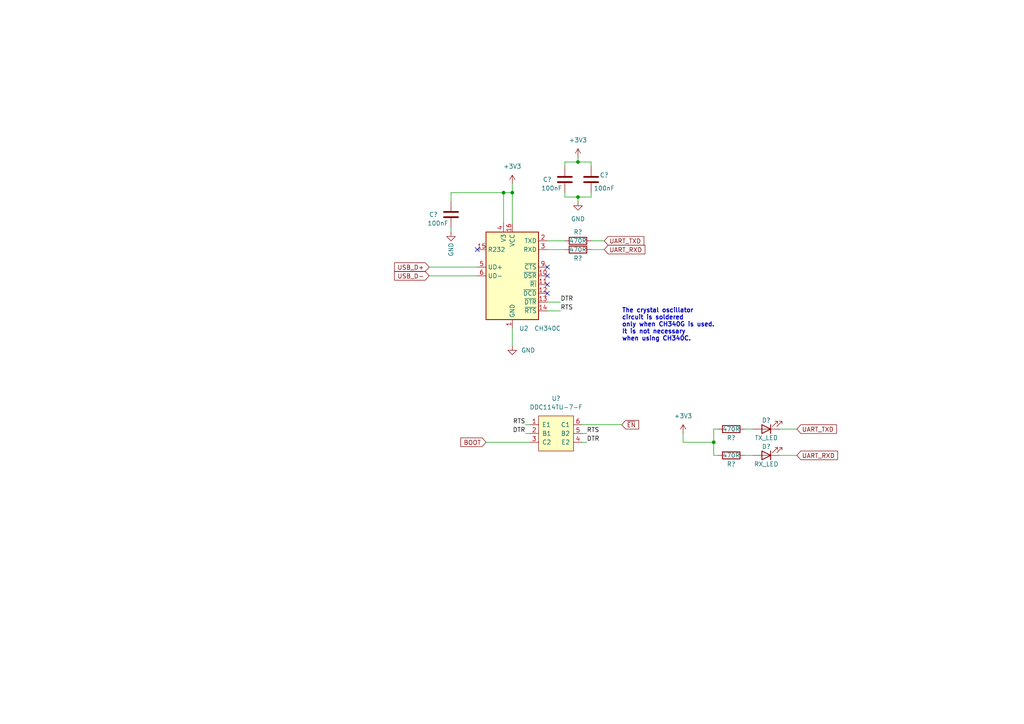
<source format=kicad_sch>
(kicad_sch (version 20230121) (generator eeschema)

  (uuid ff38350a-4a8e-4770-acb3-07b300f7050c)

  (paper "A4")

  (title_block
    (title "ChronoVolt_Control")
    (date "2023-10-08")
    (rev "0.1")
    (company "Final Resolution")
  )

  (lib_symbols
    (symbol "ChronoVolt_Lib:DDC114TU-7-F" (pin_names (offset 1.016)) (in_bom yes) (on_board yes)
      (property "Reference" "U" (at 0 1.27 0)
        (effects (font (size 1.27 1.27)))
      )
      (property "Value" "DDC114TU-7-F" (at 1.27 3.81 0)
        (effects (font (size 1.27 1.27)))
      )
      (property "Footprint" "" (at 0 1.27 0)
        (effects (font (size 1.27 1.27)) hide)
      )
      (property "Datasheet" "" (at 0 1.27 0)
        (effects (font (size 1.27 1.27)) hide)
      )
      (symbol "DDC114TU-7-F_0_1"
        (rectangle (start 0 0) (end 10.16 -10.16)
          (stroke (width 0) (type default))
          (fill (type background))
        )
      )
      (symbol "DDC114TU-7-F_1_1"
        (pin passive line (at -2.54 -2.54 0) (length 2.54)
          (name "E1" (effects (font (size 1.27 1.27))))
          (number "1" (effects (font (size 1.27 1.27))))
        )
        (pin passive line (at -2.54 -5.08 0) (length 2.54)
          (name "B1" (effects (font (size 1.27 1.27))))
          (number "2" (effects (font (size 1.27 1.27))))
        )
        (pin passive line (at -2.54 -7.62 0) (length 2.54)
          (name "C2" (effects (font (size 1.27 1.27))))
          (number "3" (effects (font (size 1.27 1.27))))
        )
        (pin passive line (at 12.7 -7.62 180) (length 2.54)
          (name "E2" (effects (font (size 1.27 1.27))))
          (number "4" (effects (font (size 1.27 1.27))))
        )
        (pin passive line (at 12.7 -5.08 180) (length 2.54)
          (name "B2" (effects (font (size 1.27 1.27))))
          (number "5" (effects (font (size 1.27 1.27))))
        )
        (pin passive line (at 12.7 -2.54 180) (length 2.54)
          (name "C1" (effects (font (size 1.27 1.27))))
          (number "6" (effects (font (size 1.27 1.27))))
        )
      )
    )
    (symbol "Device:C" (pin_numbers hide) (pin_names (offset 0.254)) (in_bom yes) (on_board yes)
      (property "Reference" "C" (at 0.635 2.54 0)
        (effects (font (size 1.27 1.27)) (justify left))
      )
      (property "Value" "C" (at 0.635 -2.54 0)
        (effects (font (size 1.27 1.27)) (justify left))
      )
      (property "Footprint" "" (at 0.9652 -3.81 0)
        (effects (font (size 1.27 1.27)) hide)
      )
      (property "Datasheet" "~" (at 0 0 0)
        (effects (font (size 1.27 1.27)) hide)
      )
      (property "ki_keywords" "cap capacitor" (at 0 0 0)
        (effects (font (size 1.27 1.27)) hide)
      )
      (property "ki_description" "Unpolarized capacitor" (at 0 0 0)
        (effects (font (size 1.27 1.27)) hide)
      )
      (property "ki_fp_filters" "C_*" (at 0 0 0)
        (effects (font (size 1.27 1.27)) hide)
      )
      (symbol "C_0_1"
        (polyline
          (pts
            (xy -2.032 -0.762)
            (xy 2.032 -0.762)
          )
          (stroke (width 0.508) (type default))
          (fill (type none))
        )
        (polyline
          (pts
            (xy -2.032 0.762)
            (xy 2.032 0.762)
          )
          (stroke (width 0.508) (type default))
          (fill (type none))
        )
      )
      (symbol "C_1_1"
        (pin passive line (at 0 3.81 270) (length 2.794)
          (name "~" (effects (font (size 1.27 1.27))))
          (number "1" (effects (font (size 1.27 1.27))))
        )
        (pin passive line (at 0 -3.81 90) (length 2.794)
          (name "~" (effects (font (size 1.27 1.27))))
          (number "2" (effects (font (size 1.27 1.27))))
        )
      )
    )
    (symbol "Device:LED" (pin_numbers hide) (pin_names (offset 1.016) hide) (in_bom yes) (on_board yes)
      (property "Reference" "D" (at 0 2.54 0)
        (effects (font (size 1.27 1.27)))
      )
      (property "Value" "LED" (at 0 -2.54 0)
        (effects (font (size 1.27 1.27)))
      )
      (property "Footprint" "" (at 0 0 0)
        (effects (font (size 1.27 1.27)) hide)
      )
      (property "Datasheet" "~" (at 0 0 0)
        (effects (font (size 1.27 1.27)) hide)
      )
      (property "ki_keywords" "LED diode" (at 0 0 0)
        (effects (font (size 1.27 1.27)) hide)
      )
      (property "ki_description" "Light emitting diode" (at 0 0 0)
        (effects (font (size 1.27 1.27)) hide)
      )
      (property "ki_fp_filters" "LED* LED_SMD:* LED_THT:*" (at 0 0 0)
        (effects (font (size 1.27 1.27)) hide)
      )
      (symbol "LED_0_1"
        (polyline
          (pts
            (xy -1.27 -1.27)
            (xy -1.27 1.27)
          )
          (stroke (width 0.254) (type default))
          (fill (type none))
        )
        (polyline
          (pts
            (xy -1.27 0)
            (xy 1.27 0)
          )
          (stroke (width 0) (type default))
          (fill (type none))
        )
        (polyline
          (pts
            (xy 1.27 -1.27)
            (xy 1.27 1.27)
            (xy -1.27 0)
            (xy 1.27 -1.27)
          )
          (stroke (width 0.254) (type default))
          (fill (type none))
        )
        (polyline
          (pts
            (xy -3.048 -0.762)
            (xy -4.572 -2.286)
            (xy -3.81 -2.286)
            (xy -4.572 -2.286)
            (xy -4.572 -1.524)
          )
          (stroke (width 0) (type default))
          (fill (type none))
        )
        (polyline
          (pts
            (xy -1.778 -0.762)
            (xy -3.302 -2.286)
            (xy -2.54 -2.286)
            (xy -3.302 -2.286)
            (xy -3.302 -1.524)
          )
          (stroke (width 0) (type default))
          (fill (type none))
        )
      )
      (symbol "LED_1_1"
        (pin passive line (at -3.81 0 0) (length 2.54)
          (name "K" (effects (font (size 1.27 1.27))))
          (number "1" (effects (font (size 1.27 1.27))))
        )
        (pin passive line (at 3.81 0 180) (length 2.54)
          (name "A" (effects (font (size 1.27 1.27))))
          (number "2" (effects (font (size 1.27 1.27))))
        )
      )
    )
    (symbol "Device:R" (pin_numbers hide) (pin_names (offset 0)) (in_bom yes) (on_board yes)
      (property "Reference" "R" (at 2.032 0 90)
        (effects (font (size 1.27 1.27)))
      )
      (property "Value" "R" (at 0 0 90)
        (effects (font (size 1.27 1.27)))
      )
      (property "Footprint" "" (at -1.778 0 90)
        (effects (font (size 1.27 1.27)) hide)
      )
      (property "Datasheet" "~" (at 0 0 0)
        (effects (font (size 1.27 1.27)) hide)
      )
      (property "ki_keywords" "R res resistor" (at 0 0 0)
        (effects (font (size 1.27 1.27)) hide)
      )
      (property "ki_description" "Resistor" (at 0 0 0)
        (effects (font (size 1.27 1.27)) hide)
      )
      (property "ki_fp_filters" "R_*" (at 0 0 0)
        (effects (font (size 1.27 1.27)) hide)
      )
      (symbol "R_0_1"
        (rectangle (start -1.016 -2.54) (end 1.016 2.54)
          (stroke (width 0.254) (type default))
          (fill (type none))
        )
      )
      (symbol "R_1_1"
        (pin passive line (at 0 3.81 270) (length 1.27)
          (name "~" (effects (font (size 1.27 1.27))))
          (number "1" (effects (font (size 1.27 1.27))))
        )
        (pin passive line (at 0 -3.81 90) (length 1.27)
          (name "~" (effects (font (size 1.27 1.27))))
          (number "2" (effects (font (size 1.27 1.27))))
        )
      )
    )
    (symbol "Interface_USB:CH340C" (in_bom yes) (on_board yes)
      (property "Reference" "U" (at -5.08 13.97 0)
        (effects (font (size 1.27 1.27)) (justify right))
      )
      (property "Value" "CH340C" (at 1.27 13.97 0)
        (effects (font (size 1.27 1.27)) (justify left))
      )
      (property "Footprint" "Package_SO:SOIC-16_3.9x9.9mm_P1.27mm" (at 1.27 -13.97 0)
        (effects (font (size 1.27 1.27)) (justify left) hide)
      )
      (property "Datasheet" "https://datasheet.lcsc.com/szlcsc/Jiangsu-Qin-Heng-CH340C_C84681.pdf" (at -8.89 20.32 0)
        (effects (font (size 1.27 1.27)) hide)
      )
      (property "ki_keywords" "USB UART Serial Converter Interface" (at 0 0 0)
        (effects (font (size 1.27 1.27)) hide)
      )
      (property "ki_description" "USB serial converter, UART, SOIC-16" (at 0 0 0)
        (effects (font (size 1.27 1.27)) hide)
      )
      (property "ki_fp_filters" "SOIC*3.9x9.9mm*P1.27mm*" (at 0 0 0)
        (effects (font (size 1.27 1.27)) hide)
      )
      (symbol "CH340C_0_1"
        (rectangle (start -7.62 12.7) (end 7.62 -12.7)
          (stroke (width 0.254) (type default))
          (fill (type background))
        )
      )
      (symbol "CH340C_1_1"
        (pin power_in line (at 0 -15.24 90) (length 2.54)
          (name "GND" (effects (font (size 1.27 1.27))))
          (number "1" (effects (font (size 1.27 1.27))))
        )
        (pin input line (at 10.16 0 180) (length 2.54)
          (name "~{DSR}" (effects (font (size 1.27 1.27))))
          (number "10" (effects (font (size 1.27 1.27))))
        )
        (pin input line (at 10.16 -2.54 180) (length 2.54)
          (name "~{RI}" (effects (font (size 1.27 1.27))))
          (number "11" (effects (font (size 1.27 1.27))))
        )
        (pin input line (at 10.16 -5.08 180) (length 2.54)
          (name "~{DCD}" (effects (font (size 1.27 1.27))))
          (number "12" (effects (font (size 1.27 1.27))))
        )
        (pin output line (at 10.16 -7.62 180) (length 2.54)
          (name "~{DTR}" (effects (font (size 1.27 1.27))))
          (number "13" (effects (font (size 1.27 1.27))))
        )
        (pin output line (at 10.16 -10.16 180) (length 2.54)
          (name "~{RTS}" (effects (font (size 1.27 1.27))))
          (number "14" (effects (font (size 1.27 1.27))))
        )
        (pin input line (at -10.16 7.62 0) (length 2.54)
          (name "R232" (effects (font (size 1.27 1.27))))
          (number "15" (effects (font (size 1.27 1.27))))
        )
        (pin power_in line (at 0 15.24 270) (length 2.54)
          (name "VCC" (effects (font (size 1.27 1.27))))
          (number "16" (effects (font (size 1.27 1.27))))
        )
        (pin output line (at 10.16 10.16 180) (length 2.54)
          (name "TXD" (effects (font (size 1.27 1.27))))
          (number "2" (effects (font (size 1.27 1.27))))
        )
        (pin input line (at 10.16 7.62 180) (length 2.54)
          (name "RXD" (effects (font (size 1.27 1.27))))
          (number "3" (effects (font (size 1.27 1.27))))
        )
        (pin passive line (at -2.54 15.24 270) (length 2.54)
          (name "V3" (effects (font (size 1.27 1.27))))
          (number "4" (effects (font (size 1.27 1.27))))
        )
        (pin bidirectional line (at -10.16 2.54 0) (length 2.54)
          (name "UD+" (effects (font (size 1.27 1.27))))
          (number "5" (effects (font (size 1.27 1.27))))
        )
        (pin bidirectional line (at -10.16 0 0) (length 2.54)
          (name "UD-" (effects (font (size 1.27 1.27))))
          (number "6" (effects (font (size 1.27 1.27))))
        )
        (pin no_connect line (at -7.62 -7.62 0) (length 2.54) hide
          (name "NC" (effects (font (size 1.27 1.27))))
          (number "7" (effects (font (size 1.27 1.27))))
        )
        (pin no_connect line (at -7.62 -10.16 0) (length 2.54) hide
          (name "NC" (effects (font (size 1.27 1.27))))
          (number "8" (effects (font (size 1.27 1.27))))
        )
        (pin input line (at 10.16 2.54 180) (length 2.54)
          (name "~{CTS}" (effects (font (size 1.27 1.27))))
          (number "9" (effects (font (size 1.27 1.27))))
        )
      )
    )
    (symbol "power:+3V3" (power) (pin_names (offset 0)) (in_bom yes) (on_board yes)
      (property "Reference" "#PWR" (at 0 -3.81 0)
        (effects (font (size 1.27 1.27)) hide)
      )
      (property "Value" "+3V3" (at 0 3.556 0)
        (effects (font (size 1.27 1.27)))
      )
      (property "Footprint" "" (at 0 0 0)
        (effects (font (size 1.27 1.27)) hide)
      )
      (property "Datasheet" "" (at 0 0 0)
        (effects (font (size 1.27 1.27)) hide)
      )
      (property "ki_keywords" "global power" (at 0 0 0)
        (effects (font (size 1.27 1.27)) hide)
      )
      (property "ki_description" "Power symbol creates a global label with name \"+3V3\"" (at 0 0 0)
        (effects (font (size 1.27 1.27)) hide)
      )
      (symbol "+3V3_0_1"
        (polyline
          (pts
            (xy -0.762 1.27)
            (xy 0 2.54)
          )
          (stroke (width 0) (type default))
          (fill (type none))
        )
        (polyline
          (pts
            (xy 0 0)
            (xy 0 2.54)
          )
          (stroke (width 0) (type default))
          (fill (type none))
        )
        (polyline
          (pts
            (xy 0 2.54)
            (xy 0.762 1.27)
          )
          (stroke (width 0) (type default))
          (fill (type none))
        )
      )
      (symbol "+3V3_1_1"
        (pin power_in line (at 0 0 90) (length 0) hide
          (name "+3V3" (effects (font (size 1.27 1.27))))
          (number "1" (effects (font (size 1.27 1.27))))
        )
      )
    )
    (symbol "power:GND" (power) (pin_names (offset 0)) (in_bom yes) (on_board yes)
      (property "Reference" "#PWR" (at 0 -6.35 0)
        (effects (font (size 1.27 1.27)) hide)
      )
      (property "Value" "GND" (at 0 -3.81 0)
        (effects (font (size 1.27 1.27)))
      )
      (property "Footprint" "" (at 0 0 0)
        (effects (font (size 1.27 1.27)) hide)
      )
      (property "Datasheet" "" (at 0 0 0)
        (effects (font (size 1.27 1.27)) hide)
      )
      (property "ki_keywords" "global power" (at 0 0 0)
        (effects (font (size 1.27 1.27)) hide)
      )
      (property "ki_description" "Power symbol creates a global label with name \"GND\" , ground" (at 0 0 0)
        (effects (font (size 1.27 1.27)) hide)
      )
      (symbol "GND_0_1"
        (polyline
          (pts
            (xy 0 0)
            (xy 0 -1.27)
            (xy 1.27 -1.27)
            (xy 0 -2.54)
            (xy -1.27 -1.27)
            (xy 0 -1.27)
          )
          (stroke (width 0) (type default))
          (fill (type none))
        )
      )
      (symbol "GND_1_1"
        (pin power_in line (at 0 0 270) (length 0) hide
          (name "GND" (effects (font (size 1.27 1.27))))
          (number "1" (effects (font (size 1.27 1.27))))
        )
      )
    )
  )

  (junction (at 148.59 55.88) (diameter 0) (color 0 0 0 0)
    (uuid 12331d16-b711-4b4f-ba50-a6823ee5cc3c)
  )
  (junction (at 146.05 55.88) (diameter 0) (color 0 0 0 0)
    (uuid 1943e26a-0e40-4bc4-96ee-1819cd19a1f9)
  )
  (junction (at 207.01 128.27) (diameter 0) (color 0 0 0 0)
    (uuid badc82ce-febb-485f-9cf4-5f0cd2672507)
  )
  (junction (at 167.64 57.15) (diameter 0) (color 0 0 0 0)
    (uuid d4fe7de4-baa0-4fc7-aebf-05b044b4eb0c)
  )
  (junction (at 167.64 46.99) (diameter 0) (color 0 0 0 0)
    (uuid d5942b26-0881-4ba5-a600-78769e2d1dbe)
  )

  (no_connect (at 158.75 85.09) (uuid 01558163-b3c4-4805-aefa-e22e26a5c7d9))
  (no_connect (at 158.75 77.47) (uuid 2d2ab505-073e-4fe9-9e49-fd16ccca2cb7))
  (no_connect (at 138.43 72.39) (uuid 93bf2e07-d92f-43fd-a983-e329d9cde21d))
  (no_connect (at 158.75 82.55) (uuid a6ab95ad-db55-49f6-a177-a83dc913cf8c))
  (no_connect (at 158.75 80.01) (uuid f0bb5e22-b0c7-4116-9fb6-9f5305206a30))

  (wire (pts (xy 167.64 46.99) (xy 171.45 46.99))
    (stroke (width 0) (type default))
    (uuid 05c1b570-2cf3-4bd8-965a-3812541d0c97)
  )
  (wire (pts (xy 180.34 123.19) (xy 168.91 123.19))
    (stroke (width 0) (type default))
    (uuid 0a3849f2-2e24-457b-8b3c-942482f563cb)
  )
  (wire (pts (xy 208.28 132.08) (xy 207.01 132.08))
    (stroke (width 0) (type default))
    (uuid 15ad334f-4423-4b52-a657-9456b77ce4c3)
  )
  (wire (pts (xy 175.26 69.85) (xy 171.45 69.85))
    (stroke (width 0) (type default))
    (uuid 1ebd0a75-c04b-45cc-b152-ea31f8195fb9)
  )
  (wire (pts (xy 215.9 124.46) (xy 218.44 124.46))
    (stroke (width 0) (type default))
    (uuid 29144311-7625-4a74-b846-ac72ccc3f1d8)
  )
  (wire (pts (xy 152.4 123.19) (xy 153.67 123.19))
    (stroke (width 0) (type default))
    (uuid 2a1f3147-d571-42e0-93d4-54a42bbb8410)
  )
  (wire (pts (xy 170.18 125.73) (xy 168.91 125.73))
    (stroke (width 0) (type default))
    (uuid 2d6fc221-380e-4d9e-b2c1-29af7617e430)
  )
  (wire (pts (xy 207.01 128.27) (xy 207.01 132.08))
    (stroke (width 0) (type default))
    (uuid 2e67e899-cf5a-4d44-bfa8-28cd6fa9e6af)
  )
  (wire (pts (xy 148.59 95.25) (xy 148.59 100.33))
    (stroke (width 0) (type default))
    (uuid 31e849d7-50a8-4cb7-b0a0-10a94ffebe0c)
  )
  (wire (pts (xy 167.64 57.15) (xy 171.45 57.15))
    (stroke (width 0) (type default))
    (uuid 3360457d-737a-439a-8be4-f57d87e1596d)
  )
  (wire (pts (xy 163.83 46.99) (xy 167.64 46.99))
    (stroke (width 0) (type default))
    (uuid 376aef42-657d-4fbe-8353-c3987394f96e)
  )
  (wire (pts (xy 198.12 125.73) (xy 198.12 128.27))
    (stroke (width 0) (type default))
    (uuid 37a2353a-feb7-4004-a434-43312b7dec3f)
  )
  (wire (pts (xy 124.46 80.01) (xy 138.43 80.01))
    (stroke (width 0) (type default))
    (uuid 3a9984dc-bb75-4ac4-90b5-b5802f29b4a6)
  )
  (wire (pts (xy 163.83 69.85) (xy 158.75 69.85))
    (stroke (width 0) (type default))
    (uuid 40526c6a-dc82-4b45-9220-21da41a12b57)
  )
  (wire (pts (xy 148.59 55.88) (xy 148.59 64.77))
    (stroke (width 0) (type default))
    (uuid 46e1c7fd-805f-42ca-a32a-24e65a4f6356)
  )
  (wire (pts (xy 152.4 125.73) (xy 153.67 125.73))
    (stroke (width 0) (type default))
    (uuid 4d75241f-aabe-490f-85a7-2b82ec955a99)
  )
  (wire (pts (xy 130.81 55.88) (xy 130.81 58.42))
    (stroke (width 0) (type default))
    (uuid 52d09467-4058-4bfd-8e59-9cd4ca7588d5)
  )
  (wire (pts (xy 231.14 124.46) (xy 226.06 124.46))
    (stroke (width 0) (type default))
    (uuid 55021972-28d3-4c78-94cc-ad4e18d694ce)
  )
  (wire (pts (xy 130.81 55.88) (xy 146.05 55.88))
    (stroke (width 0) (type default))
    (uuid 597d40bc-9149-4700-84aa-473ccc094640)
  )
  (wire (pts (xy 207.01 124.46) (xy 207.01 128.27))
    (stroke (width 0) (type default))
    (uuid 67100bbf-9829-4906-a503-dffdbde86d18)
  )
  (wire (pts (xy 171.45 46.99) (xy 171.45 48.26))
    (stroke (width 0) (type default))
    (uuid 695113d1-9bc0-49e4-a398-0d4c6e1df522)
  )
  (wire (pts (xy 170.18 128.27) (xy 168.91 128.27))
    (stroke (width 0) (type default))
    (uuid 6b9dc049-cf4e-4ff1-a79f-8bcbeaf5f096)
  )
  (wire (pts (xy 148.59 53.34) (xy 148.59 55.88))
    (stroke (width 0) (type default))
    (uuid 720f7555-eac4-4e64-8ae0-850f349c2220)
  )
  (wire (pts (xy 124.46 77.47) (xy 138.43 77.47))
    (stroke (width 0) (type default))
    (uuid 7c69c333-a076-4799-9aa7-14a9c27d51bc)
  )
  (wire (pts (xy 198.12 128.27) (xy 207.01 128.27))
    (stroke (width 0) (type default))
    (uuid 7e687b6b-a079-467c-ac13-f8b1c0bd24a7)
  )
  (wire (pts (xy 146.05 55.88) (xy 148.59 55.88))
    (stroke (width 0) (type default))
    (uuid 7fc6c055-5954-4d08-a046-35c0ce587561)
  )
  (wire (pts (xy 175.26 72.39) (xy 171.45 72.39))
    (stroke (width 0) (type default))
    (uuid 7fd83a5d-c969-4f93-ac6d-a8dc96e7ec3b)
  )
  (wire (pts (xy 163.83 55.88) (xy 163.83 57.15))
    (stroke (width 0) (type default))
    (uuid 82c19a25-6fe2-4b25-8f9d-db1a54e1aa05)
  )
  (wire (pts (xy 167.64 57.15) (xy 167.64 58.42))
    (stroke (width 0) (type default))
    (uuid 8395fb49-a99b-4234-aaf9-db4535116186)
  )
  (wire (pts (xy 163.83 48.26) (xy 163.83 46.99))
    (stroke (width 0) (type default))
    (uuid 8c7a19f3-aa99-4f52-8967-85a045e9d0ba)
  )
  (wire (pts (xy 171.45 57.15) (xy 171.45 55.88))
    (stroke (width 0) (type default))
    (uuid 929e4f62-0cf6-4cca-8855-2d9e01c51c07)
  )
  (wire (pts (xy 146.05 55.88) (xy 146.05 64.77))
    (stroke (width 0) (type default))
    (uuid 9b428781-6d50-43e6-a76b-e7ecf08ec2bc)
  )
  (wire (pts (xy 158.75 87.63) (xy 162.56 87.63))
    (stroke (width 0) (type default))
    (uuid a0a22977-f2ab-40e1-8c09-34e1321fa43b)
  )
  (wire (pts (xy 167.64 46.99) (xy 167.64 45.72))
    (stroke (width 0) (type default))
    (uuid a915fd56-5529-4ea7-b355-04020fe940c2)
  )
  (wire (pts (xy 163.83 72.39) (xy 158.75 72.39))
    (stroke (width 0) (type default))
    (uuid b9bf88c4-ec73-4b3b-9bc7-32df6d8cde52)
  )
  (wire (pts (xy 226.06 132.08) (xy 231.14 132.08))
    (stroke (width 0) (type default))
    (uuid bbcdf0a1-8614-4acf-beca-0f1d8ae0546f)
  )
  (wire (pts (xy 163.83 57.15) (xy 167.64 57.15))
    (stroke (width 0) (type default))
    (uuid cdbc11ec-51a0-4b6b-95df-544d52cebc5a)
  )
  (wire (pts (xy 130.81 67.31) (xy 130.81 66.04))
    (stroke (width 0) (type default))
    (uuid d2ad778f-ebde-4dac-9f31-1766d50e5d5d)
  )
  (wire (pts (xy 215.9 132.08) (xy 218.44 132.08))
    (stroke (width 0) (type default))
    (uuid e12b790e-7a27-4979-8aa2-53c01cd0bb54)
  )
  (wire (pts (xy 158.75 90.17) (xy 162.56 90.17))
    (stroke (width 0) (type default))
    (uuid e2a33ee6-3ae7-4fb8-a58b-5b6de8212cde)
  )
  (wire (pts (xy 208.28 124.46) (xy 207.01 124.46))
    (stroke (width 0) (type default))
    (uuid ea361456-d768-4efd-9721-1da7d2c17d1d)
  )
  (wire (pts (xy 140.97 128.27) (xy 153.67 128.27))
    (stroke (width 0) (type default))
    (uuid f7535c82-6524-4fcc-9508-ca30f44547fa)
  )

  (text "The crystal oscillator \ncircuit is soldered \nonly when CH340G is used. \nIt is not necessary \nwhen using CH340C."
    (at 180.34 99.06 0)
    (effects (font (size 1.27 1.27) (thickness 0.254) bold) (justify left bottom))
    (uuid 0e54d8ca-5fc4-4f8e-b1de-0153d72372c2)
  )

  (label "DTR" (at 162.56 87.63 0) (fields_autoplaced)
    (effects (font (size 1.27 1.27)) (justify left bottom))
    (uuid 1ba60e1a-121f-4403-b69d-f775df1a5d96)
  )
  (label "RTS" (at 162.56 90.17 0) (fields_autoplaced)
    (effects (font (size 1.27 1.27)) (justify left bottom))
    (uuid 24bf4a6d-d7e6-4298-8e08-31dccbbc0e9b)
  )
  (label "DTR" (at 170.18 128.27 0) (fields_autoplaced)
    (effects (font (size 1.27 1.27)) (justify left bottom))
    (uuid 37cd6686-ed02-48f2-8ae8-2f5e7940730f)
  )
  (label "DTR" (at 152.4 125.73 180) (fields_autoplaced)
    (effects (font (size 1.27 1.27)) (justify right bottom))
    (uuid 57d1a6f4-a473-4940-8fec-b336ff5c088b)
  )
  (label "RTS" (at 152.4 123.19 180) (fields_autoplaced)
    (effects (font (size 1.27 1.27)) (justify right bottom))
    (uuid 7d5b39b7-ccea-4f98-a5eb-8d383e902d78)
  )
  (label "RTS" (at 170.18 125.73 0) (fields_autoplaced)
    (effects (font (size 1.27 1.27)) (justify left bottom))
    (uuid 7ec8d46f-ce0f-4f68-8e86-946a5be44468)
  )

  (global_label "UART_RXD" (shape input) (at 175.26 72.39 0) (fields_autoplaced)
    (effects (font (size 1.27 1.27)) (justify left))
    (uuid 1219c9bf-55bb-483b-a40e-f20fe2b894b6)
    (property "Intersheetrefs" "${INTERSHEET_REFS}" (at 187.5396 72.39 0)
      (effects (font (size 1.27 1.27)) (justify left) hide)
    )
  )
  (global_label "UART_TXD" (shape input) (at 231.14 124.46 0) (fields_autoplaced)
    (effects (font (size 1.27 1.27)) (justify left))
    (uuid 391dc678-99e3-4f24-8c75-0b1af743376a)
    (property "Intersheetrefs" "${INTERSHEET_REFS}" (at 242.6245 124.3806 0)
      (effects (font (size 1.27 1.27)) (justify left) hide)
    )
  )
  (global_label "UART_RXD" (shape input) (at 231.14 132.08 0) (fields_autoplaced)
    (effects (font (size 1.27 1.27)) (justify left))
    (uuid 5900f26e-b1ea-4183-afb7-585a5f6468c4)
    (property "Intersheetrefs" "${INTERSHEET_REFS}" (at 242.9269 132.0006 0)
      (effects (font (size 1.27 1.27)) (justify left) hide)
    )
  )
  (global_label "USB_D+" (shape input) (at 124.46 77.47 180) (fields_autoplaced)
    (effects (font (size 1.27 1.27)) (justify right))
    (uuid 5c681e3e-696e-4cc6-bcc0-f4862914d651)
    (property "Intersheetrefs" "${INTERSHEET_REFS}" (at 114.4269 77.3906 0)
      (effects (font (size 1.27 1.27)) (justify right) hide)
    )
  )
  (global_label "BOOT" (shape input) (at 140.97 128.27 180) (fields_autoplaced)
    (effects (font (size 1.27 1.27)) (justify right))
    (uuid 6791a240-4a91-491c-b924-fec9e7e96cbb)
    (property "Intersheetrefs" "${INTERSHEET_REFS}" (at 133.6583 128.1906 0)
      (effects (font (size 1.27 1.27)) (justify right) hide)
    )
  )
  (global_label "UART_TXD" (shape input) (at 175.26 69.85 0) (fields_autoplaced)
    (effects (font (size 1.27 1.27)) (justify left))
    (uuid 8a91e3c7-aeb9-4b31-b598-eb2d82fcfc67)
    (property "Intersheetrefs" "${INTERSHEET_REFS}" (at 187.2372 69.85 0)
      (effects (font (size 1.27 1.27)) (justify left) hide)
    )
  )
  (global_label "USB_D-" (shape input) (at 124.46 80.01 180) (fields_autoplaced)
    (effects (font (size 1.27 1.27)) (justify right))
    (uuid bb5b48a0-5904-4af9-8c7a-c04539bb3eb1)
    (property "Intersheetrefs" "${INTERSHEET_REFS}" (at 114.4269 79.9306 0)
      (effects (font (size 1.27 1.27)) (justify right) hide)
    )
  )
  (global_label "~{EN}" (shape input) (at 180.34 123.19 0) (fields_autoplaced)
    (effects (font (size 1.27 1.27)) (justify left))
    (uuid fbeb133e-71d8-4c6a-b3b6-f2d25fd59ac9)
    (property "Intersheetrefs" "${INTERSHEET_REFS}" (at 185.2326 123.1106 0)
      (effects (font (size 1.27 1.27)) (justify left) hide)
    )
  )

  (symbol (lib_id "Device:LED") (at 222.25 132.08 180) (unit 1)
    (in_bom yes) (on_board yes) (dnp no)
    (uuid 1d7873e1-9b27-439f-bceb-9c7822ae35fc)
    (property "Reference" "D?" (at 222.25 129.54 0)
      (effects (font (size 1.27 1.27)))
    )
    (property "Value" "RX_LED" (at 222.25 134.62 0)
      (effects (font (size 1.27 1.27)))
    )
    (property "Footprint" "LED_SMD:LED_0603_1608Metric" (at 222.25 132.08 0)
      (effects (font (size 1.27 1.27)) hide)
    )
    (property "Datasheet" "~" (at 222.25 132.08 0)
      (effects (font (size 1.27 1.27)) hide)
    )
    (pin "1" (uuid 30a0b348-c030-444e-8893-d2ba7144b3d6))
    (pin "2" (uuid 75be0f78-bf18-4c1a-ae7d-1e1a192b5ca4))
    (instances
      (project "Slug-75"
        (path "/10ae08b6-c98d-4dca-bdd1-a6bdf826a88b/fc50fc01-b8d0-4389-8be8-2160b97d94b3"
          (reference "D?") (unit 1)
        )
      )
      (project "ChronoVolt_Control"
        (path "/cceb3d39-99f1-4cc7-aa1d-f414cbebc8ea/999c5c21-5c80-44df-94eb-f849b60945ca"
          (reference "D4") (unit 1)
        )
      )
    )
  )

  (symbol (lib_id "Device:R") (at 167.64 72.39 90) (unit 1)
    (in_bom yes) (on_board yes) (dnp no)
    (uuid 28a40460-bd90-4f0d-bf53-4b7fdde9ffbe)
    (property "Reference" "R?" (at 167.64 74.93 90)
      (effects (font (size 1.27 1.27)))
    )
    (property "Value" "470R" (at 167.64 72.39 90)
      (effects (font (size 1.27 1.27)))
    )
    (property "Footprint" "Resistor_SMD:R_0603_1608Metric" (at 167.64 74.168 90)
      (effects (font (size 1.27 1.27)) hide)
    )
    (property "Datasheet" "~" (at 167.64 72.39 0)
      (effects (font (size 1.27 1.27)) hide)
    )
    (pin "1" (uuid 782d9490-e650-4de8-8317-e8b9acf4aeae))
    (pin "2" (uuid 5774ad13-9511-47b7-a828-6cdf24ed1463))
    (instances
      (project "Slug-75"
        (path "/10ae08b6-c98d-4dca-bdd1-a6bdf826a88b/fc50fc01-b8d0-4389-8be8-2160b97d94b3"
          (reference "R?") (unit 1)
        )
      )
      (project "ChronoVolt_Control"
        (path "/cceb3d39-99f1-4cc7-aa1d-f414cbebc8ea/999c5c21-5c80-44df-94eb-f849b60945ca"
          (reference "R4") (unit 1)
        )
      )
    )
  )

  (symbol (lib_id "power:+3V3") (at 167.64 45.72 0) (unit 1)
    (in_bom yes) (on_board yes) (dnp no) (fields_autoplaced)
    (uuid 37390f0c-ea5a-4f41-aead-74dc27815b1f)
    (property "Reference" "#PWR020" (at 167.64 49.53 0)
      (effects (font (size 1.27 1.27)) hide)
    )
    (property "Value" "+3V3" (at 167.64 40.64 0)
      (effects (font (size 1.27 1.27)))
    )
    (property "Footprint" "" (at 167.64 45.72 0)
      (effects (font (size 1.27 1.27)) hide)
    )
    (property "Datasheet" "" (at 167.64 45.72 0)
      (effects (font (size 1.27 1.27)) hide)
    )
    (pin "1" (uuid caf1cc5d-f895-46bb-9a4d-28c73c21e16f))
    (instances
      (project "Final_MIX-EXP"
        (path "/57d1654d-9c25-44d8-bc57-77f170ab94a5/5aba6f22-2238-4394-8da8-1d8c62f36548"
          (reference "#PWR020") (unit 1)
        )
        (path "/57d1654d-9c25-44d8-bc57-77f170ab94a5/21559467-fb4b-4070-9096-f22835f8f6c8"
          (reference "#PWR067") (unit 1)
        )
      )
      (project "ChronoVolt_Control"
        (path "/cceb3d39-99f1-4cc7-aa1d-f414cbebc8ea/999c5c21-5c80-44df-94eb-f849b60945ca"
          (reference "#PWR088") (unit 1)
        )
      )
    )
  )

  (symbol (lib_id "ChronoVolt_Lib:DDC114TU-7-F") (at 156.21 120.65 0) (unit 1)
    (in_bom yes) (on_board yes) (dnp no) (fields_autoplaced)
    (uuid 429843e3-b01b-4044-8826-fbc0b10dc45c)
    (property "Reference" "U?" (at 161.29 115.57 0)
      (effects (font (size 1.27 1.27)))
    )
    (property "Value" "DDC114TU-7-F" (at 161.29 118.11 0)
      (effects (font (size 1.27 1.27)))
    )
    (property "Footprint" "Package_TO_SOT_SMD:SOT-363_SC-70-6" (at 156.21 119.38 0)
      (effects (font (size 1.27 1.27)) hide)
    )
    (property "Datasheet" "" (at 156.21 119.38 0)
      (effects (font (size 1.27 1.27)) hide)
    )
    (pin "1" (uuid e333fa0f-650d-4187-926b-3f2697d316f1))
    (pin "2" (uuid 0b8ef4c2-9b77-40cc-b616-bbc98c45382c))
    (pin "3" (uuid a706534b-46c9-4794-82e7-eca4df7992f0))
    (pin "4" (uuid e3f4cc4e-8cd7-47c3-83b1-9c0813b9332a))
    (pin "5" (uuid 48538039-9002-4dfc-8bbb-b8c8269c6333))
    (pin "6" (uuid 3f01d7e8-ff06-49a4-913e-da9d94fa578b))
    (instances
      (project "Slug-75"
        (path "/10ae08b6-c98d-4dca-bdd1-a6bdf826a88b/fc50fc01-b8d0-4389-8be8-2160b97d94b3"
          (reference "U?") (unit 1)
        )
      )
      (project "ChronoVolt_Control"
        (path "/cceb3d39-99f1-4cc7-aa1d-f414cbebc8ea/999c5c21-5c80-44df-94eb-f849b60945ca"
          (reference "U1") (unit 1)
        )
      )
    )
  )

  (symbol (lib_id "Device:C") (at 163.83 52.07 180) (unit 1)
    (in_bom yes) (on_board yes) (dnp no)
    (uuid 6551e77a-5dcf-4b8f-91e2-959ad7865afb)
    (property "Reference" "C?" (at 160.02 52.07 0)
      (effects (font (size 1.27 1.27)) (justify left))
    )
    (property "Value" "100nF" (at 160.02 54.61 0)
      (effects (font (size 1.27 1.27)))
    )
    (property "Footprint" "Capacitor_SMD:C_0603_1608Metric" (at 162.8648 48.26 0)
      (effects (font (size 1.27 1.27)) hide)
    )
    (property "Datasheet" "~" (at 163.83 52.07 0)
      (effects (font (size 1.27 1.27)) hide)
    )
    (pin "1" (uuid 31423f53-53a5-46a6-bab2-357ee399ffa5))
    (pin "2" (uuid baeb660e-a51c-43c6-9c10-672c0e4b478f))
    (instances
      (project "Slug-75"
        (path "/10ae08b6-c98d-4dca-bdd1-a6bdf826a88b/fc50fc01-b8d0-4389-8be8-2160b97d94b3"
          (reference "C?") (unit 1)
        )
      )
      (project "ChronoVolt_Control"
        (path "/cceb3d39-99f1-4cc7-aa1d-f414cbebc8ea/999c5c21-5c80-44df-94eb-f849b60945ca"
          (reference "C3") (unit 1)
        )
      )
    )
  )

  (symbol (lib_id "Interface_USB:CH340C") (at 148.59 80.01 0) (unit 1)
    (in_bom yes) (on_board yes) (dnp no)
    (uuid 75940cb6-4cc4-451a-b51f-307857b8c8ae)
    (property "Reference" "U2" (at 150.5459 95.25 0)
      (effects (font (size 1.27 1.27)) (justify left))
    )
    (property "Value" "CH340C" (at 154.94 95.25 0)
      (effects (font (size 1.27 1.27)) (justify left))
    )
    (property "Footprint" "Package_SO:SOIC-16_3.9x9.9mm_P1.27mm" (at 149.86 93.98 0)
      (effects (font (size 1.27 1.27)) (justify left) hide)
    )
    (property "Datasheet" "https://datasheet.lcsc.com/szlcsc/Jiangsu-Qin-Heng-CH340C_C84681.pdf" (at 139.7 59.69 0)
      (effects (font (size 1.27 1.27)) hide)
    )
    (pin "1" (uuid 592440b8-0abb-42ee-a095-f26f92c3e578))
    (pin "10" (uuid dc32f74d-0c02-4f9b-a4d9-12ef8d00252b))
    (pin "11" (uuid dda15dbd-6c90-46e9-bf39-bd78d84f8f58))
    (pin "12" (uuid 5ee9d339-3f17-414f-9f5f-946e430187e0))
    (pin "13" (uuid c87fc6a4-034e-4d46-a186-351a54c7c5c4))
    (pin "14" (uuid 2e17b6c3-78e5-49aa-b0b4-d7a7e8be9762))
    (pin "15" (uuid 9b4ba0c2-e83c-46ef-9420-19859d28a027))
    (pin "16" (uuid df94d7d9-9b8a-4226-8786-bb098360e8c2))
    (pin "2" (uuid 02d804d9-47f3-4af3-a7f9-839a87a65b2e))
    (pin "3" (uuid 33b2f245-4189-474e-9e87-dbaba3110590))
    (pin "4" (uuid ac140523-c14d-49d5-9e5f-64fb021a1eb3))
    (pin "5" (uuid 4646a817-eff5-4427-87b9-72675b0234de))
    (pin "6" (uuid dbf7e344-f3e6-4df9-995a-e1f38cd91973))
    (pin "7" (uuid ad696000-e5d7-4482-a0c4-f5bde9e104ba))
    (pin "8" (uuid e6ad45aa-565a-46c9-bca8-f0fd59b6be2b))
    (pin "9" (uuid b6b8b16e-c868-44f3-99a1-5e379c5374d4))
    (instances
      (project "ChronoVolt_Control"
        (path "/cceb3d39-99f1-4cc7-aa1d-f414cbebc8ea/999c5c21-5c80-44df-94eb-f849b60945ca"
          (reference "U2") (unit 1)
        )
      )
    )
  )

  (symbol (lib_id "Device:R") (at 167.64 69.85 90) (unit 1)
    (in_bom yes) (on_board yes) (dnp no)
    (uuid 85762ced-f2e6-4770-96d7-1fd605bf4284)
    (property "Reference" "R?" (at 167.64 67.31 90)
      (effects (font (size 1.27 1.27)))
    )
    (property "Value" "470R" (at 167.64 69.85 90)
      (effects (font (size 1.27 1.27)))
    )
    (property "Footprint" "Resistor_SMD:R_0603_1608Metric" (at 167.64 71.628 90)
      (effects (font (size 1.27 1.27)) hide)
    )
    (property "Datasheet" "~" (at 167.64 69.85 0)
      (effects (font (size 1.27 1.27)) hide)
    )
    (pin "1" (uuid 878d90e8-c467-46dd-82ea-bfd933c2e3de))
    (pin "2" (uuid a1258b0a-725b-4499-90fc-444bec59b214))
    (instances
      (project "Slug-75"
        (path "/10ae08b6-c98d-4dca-bdd1-a6bdf826a88b/fc50fc01-b8d0-4389-8be8-2160b97d94b3"
          (reference "R?") (unit 1)
        )
      )
      (project "ChronoVolt_Control"
        (path "/cceb3d39-99f1-4cc7-aa1d-f414cbebc8ea/999c5c21-5c80-44df-94eb-f849b60945ca"
          (reference "R3") (unit 1)
        )
      )
    )
  )

  (symbol (lib_id "power:GND") (at 130.81 67.31 0) (unit 1)
    (in_bom yes) (on_board yes) (dnp no)
    (uuid 867e3fbf-95c2-41dc-b6a6-06afd008cac4)
    (property "Reference" "#PWR?" (at 130.81 73.66 0)
      (effects (font (size 1.27 1.27)) hide)
    )
    (property "Value" "GND" (at 130.81 72.39 90)
      (effects (font (size 1.27 1.27)))
    )
    (property "Footprint" "" (at 130.81 67.31 0)
      (effects (font (size 1.27 1.27)) hide)
    )
    (property "Datasheet" "" (at 130.81 67.31 0)
      (effects (font (size 1.27 1.27)) hide)
    )
    (pin "1" (uuid 3c215c85-2126-4a09-a155-42e72ea1d5cf))
    (instances
      (project "Slug-75"
        (path "/10ae08b6-c98d-4dca-bdd1-a6bdf826a88b/fc50fc01-b8d0-4389-8be8-2160b97d94b3"
          (reference "#PWR?") (unit 1)
        )
      )
      (project "ChronoVolt_Control"
        (path "/cceb3d39-99f1-4cc7-aa1d-f414cbebc8ea/999c5c21-5c80-44df-94eb-f849b60945ca"
          (reference "#PWR075") (unit 1)
        )
      )
    )
  )

  (symbol (lib_id "power:+3V3") (at 148.59 53.34 0) (unit 1)
    (in_bom yes) (on_board yes) (dnp no) (fields_autoplaced)
    (uuid 91bd8583-f91f-4edd-baef-0d4c88c50a93)
    (property "Reference" "#PWR020" (at 148.59 57.15 0)
      (effects (font (size 1.27 1.27)) hide)
    )
    (property "Value" "+3V3" (at 148.59 48.26 0)
      (effects (font (size 1.27 1.27)))
    )
    (property "Footprint" "" (at 148.59 53.34 0)
      (effects (font (size 1.27 1.27)) hide)
    )
    (property "Datasheet" "" (at 148.59 53.34 0)
      (effects (font (size 1.27 1.27)) hide)
    )
    (pin "1" (uuid 3b8ec114-6fa3-4efe-ae87-f1dcdffcd8e0))
    (instances
      (project "Final_MIX-EXP"
        (path "/57d1654d-9c25-44d8-bc57-77f170ab94a5/5aba6f22-2238-4394-8da8-1d8c62f36548"
          (reference "#PWR020") (unit 1)
        )
        (path "/57d1654d-9c25-44d8-bc57-77f170ab94a5/21559467-fb4b-4070-9096-f22835f8f6c8"
          (reference "#PWR075") (unit 1)
        )
      )
      (project "ChronoVolt_Control"
        (path "/cceb3d39-99f1-4cc7-aa1d-f414cbebc8ea/999c5c21-5c80-44df-94eb-f849b60945ca"
          (reference "#PWR087") (unit 1)
        )
      )
    )
  )

  (symbol (lib_id "Device:C") (at 130.81 62.23 180) (unit 1)
    (in_bom yes) (on_board yes) (dnp no)
    (uuid b36c9c0e-a220-4efc-843d-3c712837ac42)
    (property "Reference" "C?" (at 127 62.23 0)
      (effects (font (size 1.27 1.27)) (justify left))
    )
    (property "Value" "100nF" (at 127 64.77 0)
      (effects (font (size 1.27 1.27)))
    )
    (property "Footprint" "Capacitor_SMD:C_0603_1608Metric" (at 129.8448 58.42 0)
      (effects (font (size 1.27 1.27)) hide)
    )
    (property "Datasheet" "~" (at 130.81 62.23 0)
      (effects (font (size 1.27 1.27)) hide)
    )
    (pin "1" (uuid af67db0a-d5df-4663-8a73-9a4296319571))
    (pin "2" (uuid 584fa18f-2844-4fe2-a3fd-d9a6149fa788))
    (instances
      (project "Slug-75"
        (path "/10ae08b6-c98d-4dca-bdd1-a6bdf826a88b/fc50fc01-b8d0-4389-8be8-2160b97d94b3"
          (reference "C?") (unit 1)
        )
      )
      (project "ChronoVolt_Control"
        (path "/cceb3d39-99f1-4cc7-aa1d-f414cbebc8ea/999c5c21-5c80-44df-94eb-f849b60945ca"
          (reference "C4") (unit 1)
        )
      )
    )
  )

  (symbol (lib_id "Device:LED") (at 222.25 124.46 180) (unit 1)
    (in_bom yes) (on_board yes) (dnp no)
    (uuid b5f44fb1-3995-4022-9a00-dbd3e8b4a57b)
    (property "Reference" "D?" (at 222.25 121.92 0)
      (effects (font (size 1.27 1.27)))
    )
    (property "Value" "TX_LED" (at 222.25 127 0)
      (effects (font (size 1.27 1.27)))
    )
    (property "Footprint" "LED_SMD:LED_0603_1608Metric" (at 222.25 124.46 0)
      (effects (font (size 1.27 1.27)) hide)
    )
    (property "Datasheet" "~" (at 222.25 124.46 0)
      (effects (font (size 1.27 1.27)) hide)
    )
    (pin "1" (uuid a5b46c04-cbef-4380-834b-f3039518eaae))
    (pin "2" (uuid 50705274-d4cf-45ba-a235-5179fc35a81b))
    (instances
      (project "Slug-75"
        (path "/10ae08b6-c98d-4dca-bdd1-a6bdf826a88b/fc50fc01-b8d0-4389-8be8-2160b97d94b3"
          (reference "D?") (unit 1)
        )
      )
      (project "ChronoVolt_Control"
        (path "/cceb3d39-99f1-4cc7-aa1d-f414cbebc8ea/999c5c21-5c80-44df-94eb-f849b60945ca"
          (reference "D3") (unit 1)
        )
      )
    )
  )

  (symbol (lib_id "power:GND") (at 148.59 100.33 0) (unit 1)
    (in_bom yes) (on_board yes) (dnp no) (fields_autoplaced)
    (uuid b6a3505f-7cda-499f-83b7-e02022686270)
    (property "Reference" "#PWR074" (at 148.59 106.68 0)
      (effects (font (size 1.27 1.27)) hide)
    )
    (property "Value" "GND" (at 151.13 101.5999 0)
      (effects (font (size 1.27 1.27)) (justify left))
    )
    (property "Footprint" "" (at 148.59 100.33 0)
      (effects (font (size 1.27 1.27)) hide)
    )
    (property "Datasheet" "" (at 148.59 100.33 0)
      (effects (font (size 1.27 1.27)) hide)
    )
    (pin "1" (uuid 999e1fea-375a-4f90-8bff-0cdc78a2db45))
    (instances
      (project "Final_MIX-EXP"
        (path "/57d1654d-9c25-44d8-bc57-77f170ab94a5/21559467-fb4b-4070-9096-f22835f8f6c8"
          (reference "#PWR074") (unit 1)
        )
      )
      (project "ChronoVolt_Control"
        (path "/cceb3d39-99f1-4cc7-aa1d-f414cbebc8ea/999c5c21-5c80-44df-94eb-f849b60945ca"
          (reference "#PWR086") (unit 1)
        )
      )
    )
  )

  (symbol (lib_id "Device:R") (at 212.09 132.08 90) (unit 1)
    (in_bom yes) (on_board yes) (dnp no)
    (uuid b9b6ef09-d349-4d2f-ab49-be8e18a0e65f)
    (property "Reference" "R?" (at 212.09 134.62 90)
      (effects (font (size 1.27 1.27)))
    )
    (property "Value" "470R" (at 212.09 132.08 90)
      (effects (font (size 1.27 1.27)))
    )
    (property "Footprint" "Resistor_SMD:R_0603_1608Metric" (at 212.09 133.858 90)
      (effects (font (size 1.27 1.27)) hide)
    )
    (property "Datasheet" "~" (at 212.09 132.08 0)
      (effects (font (size 1.27 1.27)) hide)
    )
    (pin "1" (uuid a205880a-c17f-4d03-8b8c-db2be47b2905))
    (pin "2" (uuid 637c5ede-9972-46f9-a69c-7e9ff454f7ae))
    (instances
      (project "Slug-75"
        (path "/10ae08b6-c98d-4dca-bdd1-a6bdf826a88b/fc50fc01-b8d0-4389-8be8-2160b97d94b3"
          (reference "R?") (unit 1)
        )
      )
      (project "ChronoVolt_Control"
        (path "/cceb3d39-99f1-4cc7-aa1d-f414cbebc8ea/999c5c21-5c80-44df-94eb-f849b60945ca"
          (reference "R6") (unit 1)
        )
      )
    )
  )

  (symbol (lib_id "power:GND") (at 167.64 58.42 0) (unit 1)
    (in_bom yes) (on_board yes) (dnp no) (fields_autoplaced)
    (uuid c4df2a18-b767-4a8c-a8b3-ae0e69ba4eea)
    (property "Reference" "#PWR078" (at 167.64 64.77 0)
      (effects (font (size 1.27 1.27)) hide)
    )
    (property "Value" "GND" (at 167.64 63.5 0)
      (effects (font (size 1.27 1.27)))
    )
    (property "Footprint" "" (at 167.64 58.42 0)
      (effects (font (size 1.27 1.27)) hide)
    )
    (property "Datasheet" "" (at 167.64 58.42 0)
      (effects (font (size 1.27 1.27)) hide)
    )
    (pin "1" (uuid b9586555-c781-43db-a74d-d4b62b0c2c61))
    (instances
      (project "Final_MIX-EXP"
        (path "/57d1654d-9c25-44d8-bc57-77f170ab94a5/21559467-fb4b-4070-9096-f22835f8f6c8"
          (reference "#PWR078") (unit 1)
        )
      )
      (project "ChronoVolt_Control"
        (path "/cceb3d39-99f1-4cc7-aa1d-f414cbebc8ea/999c5c21-5c80-44df-94eb-f849b60945ca"
          (reference "#PWR089") (unit 1)
        )
      )
    )
  )

  (symbol (lib_id "Device:C") (at 171.45 52.07 180) (unit 1)
    (in_bom yes) (on_board yes) (dnp no)
    (uuid c7fcaf71-f057-40c3-b45e-e0958a04ac25)
    (property "Reference" "C?" (at 176.53 50.8 0)
      (effects (font (size 1.27 1.27)) (justify left))
    )
    (property "Value" "100nF" (at 175.26 54.61 0)
      (effects (font (size 1.27 1.27)))
    )
    (property "Footprint" "Capacitor_SMD:C_0603_1608Metric" (at 170.4848 48.26 0)
      (effects (font (size 1.27 1.27)) hide)
    )
    (property "Datasheet" "~" (at 171.45 52.07 0)
      (effects (font (size 1.27 1.27)) hide)
    )
    (pin "1" (uuid 24feeb5d-a446-40b8-9b85-a67cf4363034))
    (pin "2" (uuid 1e8765c9-8109-4d95-bbe1-0906b50ed511))
    (instances
      (project "Slug-75"
        (path "/10ae08b6-c98d-4dca-bdd1-a6bdf826a88b/fc50fc01-b8d0-4389-8be8-2160b97d94b3"
          (reference "C?") (unit 1)
        )
      )
      (project "ChronoVolt_Control"
        (path "/cceb3d39-99f1-4cc7-aa1d-f414cbebc8ea/999c5c21-5c80-44df-94eb-f849b60945ca"
          (reference "C2") (unit 1)
        )
      )
    )
  )

  (symbol (lib_id "power:+3V3") (at 198.12 125.73 0) (unit 1)
    (in_bom yes) (on_board yes) (dnp no) (fields_autoplaced)
    (uuid c849d7f2-a2ea-409c-821d-00670ed1985d)
    (property "Reference" "#PWR?" (at 198.12 129.54 0)
      (effects (font (size 1.27 1.27)) hide)
    )
    (property "Value" "+3V3" (at 198.12 120.65 0)
      (effects (font (size 1.27 1.27)))
    )
    (property "Footprint" "" (at 198.12 125.73 0)
      (effects (font (size 1.27 1.27)) hide)
    )
    (property "Datasheet" "" (at 198.12 125.73 0)
      (effects (font (size 1.27 1.27)) hide)
    )
    (pin "1" (uuid ee74704c-04e8-48af-be88-50fe061e233c))
    (instances
      (project "Slug-75"
        (path "/10ae08b6-c98d-4dca-bdd1-a6bdf826a88b/fc50fc01-b8d0-4389-8be8-2160b97d94b3"
          (reference "#PWR?") (unit 1)
        )
      )
      (project "ChronoVolt_Control"
        (path "/cceb3d39-99f1-4cc7-aa1d-f414cbebc8ea/999c5c21-5c80-44df-94eb-f849b60945ca"
          (reference "#PWR011") (unit 1)
        )
      )
    )
  )

  (symbol (lib_id "Device:R") (at 212.09 124.46 90) (unit 1)
    (in_bom yes) (on_board yes) (dnp no)
    (uuid fa4cb451-a6dd-47ef-bd67-304414dfa9b5)
    (property "Reference" "R?" (at 212.09 127 90)
      (effects (font (size 1.27 1.27)))
    )
    (property "Value" "470R" (at 212.09 124.46 90)
      (effects (font (size 1.27 1.27)))
    )
    (property "Footprint" "Resistor_SMD:R_0603_1608Metric" (at 212.09 126.238 90)
      (effects (font (size 1.27 1.27)) hide)
    )
    (property "Datasheet" "~" (at 212.09 124.46 0)
      (effects (font (size 1.27 1.27)) hide)
    )
    (pin "1" (uuid a9a55e03-bfb2-46db-a77c-90e9408ea51c))
    (pin "2" (uuid 8d6cd225-c930-480c-8000-033ae21ad0d6))
    (instances
      (project "Slug-75"
        (path "/10ae08b6-c98d-4dca-bdd1-a6bdf826a88b/fc50fc01-b8d0-4389-8be8-2160b97d94b3"
          (reference "R?") (unit 1)
        )
      )
      (project "ChronoVolt_Control"
        (path "/cceb3d39-99f1-4cc7-aa1d-f414cbebc8ea/999c5c21-5c80-44df-94eb-f849b60945ca"
          (reference "R5") (unit 1)
        )
      )
    )
  )
)

</source>
